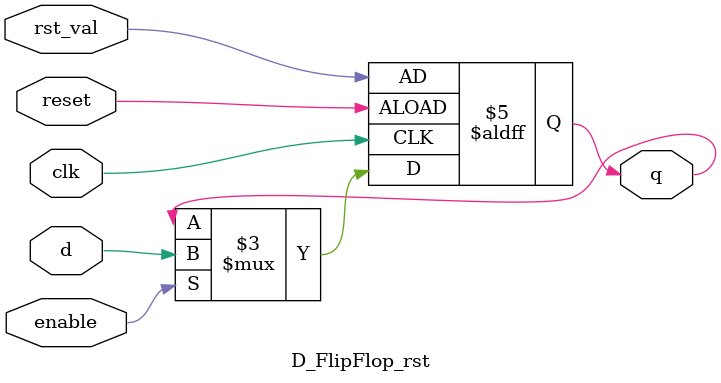
<source format=sv>
`timescale 1ns / 1ps


module D_FlipFlop_rst(  output logic q,
                    input logic clk, reset, enable, d, rst_val
                    );

always_ff @ (posedge clk or posedge reset)
begin
    if (reset)
        q <= rst_val;
    else begin
        if (enable)
            q <= d;
         else
            q <= q;
     end
end

endmodule

</source>
